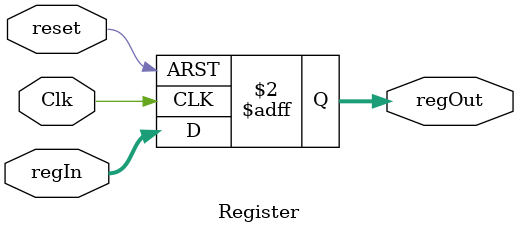
<source format=v>
module Register
	#(parameter dataWidth = 32)
	(Clk, reset, regIn, regOut);
	
	input Clk;
	input reset;
	input [(dataWidth-1):0] regIn;
	output reg [(dataWidth-1):0] regOut;
	
	always @(posedge Clk, posedge reset)
	begin
		if (reset)
			regOut <= 0; //16'b0001 0000 0011 0000;
		else
			regOut <= regIn;
	end
	
endmodule

</source>
